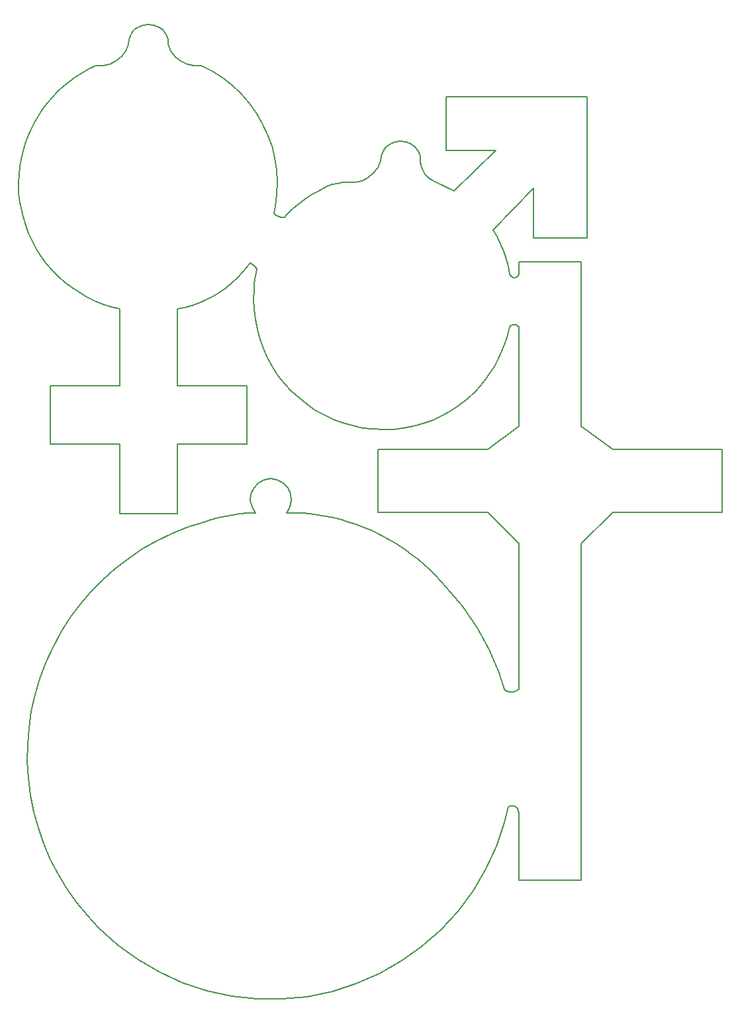
<source format=gko>
G04 DipTrace 2.4.0.2*
%INfemalemalecrosspeace.gko*%
%MOMM*%
%ADD11C,0.14*%
%FSLAX53Y53*%
G04*
G71*
G90*
G75*
G01*
%LNBoardOutline*%
%LPD*%
X39700Y103988D2*
D11*
X39621Y104013D1*
X39615Y104015D1*
X38682Y102913D1*
X38021Y102182D1*
X37313Y101501D1*
X36556Y100871D1*
X35758Y100297D1*
X34920Y99781D1*
X34046Y99327D1*
X33144Y98936D1*
X32215Y98610D1*
X31265Y98351D1*
X30300Y98161D1*
Y88382D1*
X39190D1*
Y80889D1*
X30300D1*
Y71999D1*
X22934D1*
Y80889D1*
X14044D1*
Y88382D1*
X22934D1*
Y98161D1*
X21849Y98435D1*
X20782Y98786D1*
X19743Y99207D1*
X18735Y99698D1*
X17765Y100256D1*
X16833Y100881D1*
X15946Y101567D1*
X15108Y102311D1*
X14321Y103111D1*
X13592Y103962D1*
X12924Y104861D1*
X12316Y105804D1*
X11775Y106787D1*
X11303Y107803D1*
X10902Y108849D1*
X10571Y109921D1*
X10315Y111013D1*
X10135Y112118D1*
X10028Y113236D1*
X10000Y114356D1*
X10053Y115346D1*
X10168Y116335D1*
X10338Y117312D1*
X10566Y118278D1*
X10851Y119230D1*
X11191Y120162D1*
X11585Y121074D1*
X12032Y121961D1*
X12532Y122819D1*
X13078Y123645D1*
X13675Y124440D1*
X14318Y125197D1*
X15004Y125915D1*
X15730Y126591D1*
X16495Y127226D1*
X17295Y127813D1*
X18131Y128351D1*
X18994Y128839D1*
X19886Y129276D1*
X20790Y129240D1*
X21674Y129421D1*
X22489Y129812D1*
X23188Y130386D1*
X23729Y131110D1*
X24077Y131943D1*
X24130Y132613D1*
X24369Y133246D1*
X24775Y133784D1*
X25314Y134191D1*
X25946Y134430D1*
X26617Y134483D1*
X27290Y134430D1*
X27920Y134191D1*
X28461Y133784D1*
X28865Y133246D1*
X29103Y132613D1*
X29157Y131943D1*
X29507Y131110D1*
X30048Y130383D1*
X30744Y129812D1*
X31560Y129421D1*
X32446Y129240D1*
X33348Y129276D1*
X34747Y128565D1*
X36073Y127724D1*
X37313Y126764D1*
X38458Y125687D1*
X39494Y124508D1*
X40414Y123238D1*
X41209Y121884D1*
X41872Y120462D1*
X42400Y118984D1*
X42784Y117462D1*
X43020Y115910D1*
X43111Y114346D1*
X43053Y112776D1*
X42845Y111222D1*
X42663Y110433D1*
X42713Y110363D1*
X42769Y110300D1*
X42827Y110239D1*
X42890Y110180D1*
X42957Y110127D1*
X43028Y110076D1*
X43101Y110033D1*
X43175Y109992D1*
X43254Y109959D1*
X43335Y109929D1*
X43416Y109903D1*
X43500Y109885D1*
X43584Y109870D1*
X43668Y109863D1*
X43754Y109860D1*
X43840Y109863D1*
X43924Y109873D1*
X44015Y109887D1*
X44323Y110228D1*
X45032Y110922D1*
X45786Y111567D1*
X46579Y112161D1*
X47409Y112702D1*
X48273Y113187D1*
X48862Y113533D1*
X49482Y113820D1*
X50124Y114046D1*
X50787Y114211D1*
X51463Y114313D1*
X52144Y114351D1*
X53040Y114336D1*
X53919Y114526D1*
X54727Y114917D1*
X55423Y115484D1*
X55969Y116197D1*
X56335Y117018D1*
X56388Y117691D1*
X56627Y118321D1*
X57033Y118859D1*
X57572Y119266D1*
X58202Y119504D1*
X58875Y119558D1*
X59548Y119504D1*
X60178Y119266D1*
X60716Y118859D1*
X61123Y118321D1*
X61361Y117691D1*
X61415Y117018D1*
X61504Y116431D1*
X61707Y115875D1*
X62017Y115369D1*
X62421Y114935D1*
X62903Y114592D1*
X63447Y114351D1*
X65733Y113208D1*
X71092Y118415D1*
X64717D1*
Y125273D1*
X82751D1*
Y107239D1*
X75893D1*
Y113614D1*
X70686Y108255D1*
X71189Y107368D1*
X71636Y106457D1*
X72029Y105517D1*
X72367Y104557D1*
X72647Y103576D1*
X72865Y102583D1*
X72867Y102572D1*
X72918Y102469D1*
X72964Y102403D1*
X73015Y102344D1*
X73076Y102293D1*
X73142Y102248D1*
X73216Y102215D1*
X73289Y102189D1*
X73368Y102177D1*
X73449Y102172D1*
X73528Y102179D1*
X73604Y102197D1*
X73680Y102225D1*
X73749Y102260D1*
X73815Y102306D1*
X73873Y102362D1*
X73924Y102423D1*
X73965Y102489D1*
X73998Y102563D1*
X74003Y102580D1*
Y104178D1*
X82004D1*
Y83177D1*
X86002Y80178D1*
X100002D1*
Y72177D1*
X86002D1*
X82004Y68176D1*
Y25177D1*
X74003D1*
Y33778D1*
X73957Y34023D1*
X73922Y34133D1*
X73876Y34234D1*
X73815Y34331D1*
X73744Y34417D1*
X73663Y34493D1*
X73571Y34562D1*
X73472Y34615D1*
X73368Y34658D1*
X73259Y34686D1*
X73147Y34699D1*
X73033D1*
X72921Y34684D1*
X72814Y34656D1*
X72708Y34615D1*
X72649Y34581D1*
X72197Y32591D1*
X71156Y29528D1*
X69802Y26591D1*
X68151Y23813D1*
X66220Y21219D1*
X64028Y18839D1*
X61605Y16701D1*
X58969Y14826D1*
X56154Y13233D1*
X53190Y11943D1*
X50107Y10968D1*
X46939Y10318D1*
X43721Y10000D1*
X40488Y10018D1*
X37275Y10373D1*
X34115Y11059D1*
X31041Y12070D1*
X28092Y13393D1*
X25296Y15019D1*
X22682Y16924D1*
X20282Y19091D1*
X18806Y20660D1*
X17445Y22329D1*
X16200Y24089D1*
X15083Y25931D1*
X14094Y27846D1*
X13241Y29827D1*
X12530Y31859D1*
X11958Y33940D1*
X11537Y36050D1*
X11260Y38189D1*
X11133Y40340D1*
X11156Y42494D1*
X11328Y44643D1*
X11648Y46774D1*
X12118Y48877D1*
X12730Y50942D1*
X13487Y52962D1*
X14381Y54922D1*
X15408Y56817D1*
X16566Y58633D1*
X17846Y60368D1*
X19246Y62009D1*
X20754Y63546D1*
X22365Y64978D1*
X24072Y66291D1*
X25867Y67485D1*
X27739Y68552D1*
X29682Y69484D1*
X31687Y70279D1*
X33739Y70935D1*
X34648Y71229D1*
X35570Y71483D1*
X36502Y71697D1*
X37445Y71867D1*
X38392Y71991D1*
X39345Y72075D1*
X40302Y72116D1*
X39858Y72842D1*
X39672Y73673D1*
X39759Y74519D1*
X40112Y75293D1*
X40693Y75916D1*
X41443Y76317D1*
X42283Y76459D1*
X43122Y76317D1*
X43871Y75916D1*
X44453Y75293D1*
X44806Y74519D1*
X44895Y73673D1*
X44707Y72842D1*
X44265Y72116D1*
X45278Y72106D1*
X46292Y72055D1*
X47300Y71968D1*
X48308Y71839D1*
X49307Y71674D1*
X50300Y71468D1*
X51285Y71224D1*
X52261Y70942D1*
X53221Y70622D1*
X54171Y70267D1*
X55105Y69875D1*
X56025Y69446D1*
X56926Y68981D1*
X57810Y68484D1*
X58674Y67953D1*
X59515Y67386D1*
X60335Y66789D1*
X61130Y66159D1*
X61902Y65502D1*
X62647Y64813D1*
X63363Y64094D1*
X64054Y63353D1*
X64712Y62581D1*
X66827Y60135D1*
X68677Y57483D1*
X70239Y54651D1*
X71501Y51674D1*
X72142Y49578D1*
X72238Y49502D1*
X72327Y49439D1*
X72421Y49385D1*
X72520Y49337D1*
X72621Y49299D1*
X72725Y49268D1*
X72832Y49246D1*
X72941Y49230D1*
X73050Y49225D1*
X73160Y49228D1*
X73269Y49238D1*
X73376Y49258D1*
X73480Y49286D1*
X73584Y49322D1*
X73683Y49367D1*
X73779Y49418D1*
X73871Y49479D1*
X73957Y49545D1*
X74003Y49587D1*
Y68176D1*
X70002Y72177D1*
X56002D1*
Y80178D1*
X70002D1*
X74003Y83177D1*
Y95900D1*
X73985Y95918D1*
X73934Y95964D1*
X73878Y96002D1*
X73823Y96037D1*
X73762Y96070D1*
X73698Y96096D1*
X73635Y96116D1*
X73569Y96134D1*
X73503Y96144D1*
X73437Y96149D1*
X73368D1*
X73299Y96144D1*
X73233Y96134D1*
X73167Y96119D1*
X73104Y96098D1*
X73040Y96073D1*
X72982Y96042D1*
X72923Y96007D1*
X72868Y95966D1*
X72801Y95909D1*
X72720Y95509D1*
X72459Y94526D1*
X72141Y93558D1*
X71765Y92613D1*
X71333Y91691D1*
X70848Y90797D1*
X70310Y89931D1*
X69720Y89103D1*
X69083Y88308D1*
X68400Y87554D1*
X67437Y86675D1*
X66408Y85872D1*
X65321Y85154D1*
X64181Y84524D1*
X62995Y83985D1*
X61768Y83538D1*
X60510Y83193D1*
X59230Y82944D1*
X57935Y82796D1*
X56632Y82753D1*
X55331Y82812D1*
X54036Y82969D1*
X52758Y83231D1*
X51506Y83591D1*
X50284Y84046D1*
X49103Y84600D1*
X47968Y85240D1*
X46888Y85969D1*
X45867Y86782D1*
X44915Y87671D1*
X44033Y88631D1*
X43231Y89659D1*
X42512Y90747D1*
X41880Y91887D1*
X41339Y93073D1*
X40891Y94298D1*
X40543Y95552D1*
X40292Y96832D1*
X40145Y98128D1*
X40099Y99431D1*
X40112Y100421D1*
X40190Y101410D1*
X40333Y102393D1*
X40492Y103143D1*
X40460Y103238D1*
X40427Y103315D1*
X40389Y103391D1*
X40345Y103464D1*
X40297Y103533D1*
X40246Y103599D1*
X40190Y103663D1*
X40129Y103723D1*
X40066Y103777D1*
X39997Y103828D1*
X39929Y103876D1*
X39855Y103917D1*
X39779Y103955D1*
X39700Y103988D1*
X10036Y114356D2*
X10031Y114374D1*
X10018Y114387D1*
X10000Y114391D1*
X9982Y114387D1*
X9969Y114374D1*
X9964Y114356D1*
X9969Y114338D1*
X9982Y114325D1*
X10000Y114320D1*
X10018Y114325D1*
X10031Y114338D1*
X10036Y114356D1*
M02*

</source>
